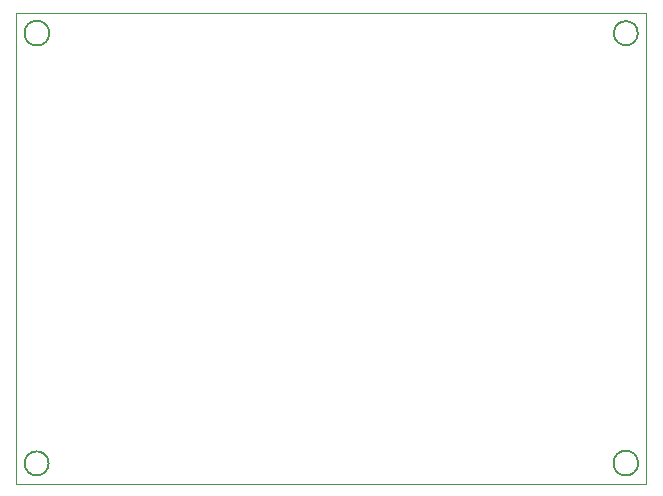
<source format=gbr>
%TF.GenerationSoftware,KiCad,Pcbnew,7.0.1*%
%TF.CreationDate,2023-05-21T17:17:07+09:00*%
%TF.ProjectId,joystick_74hc165_input,6a6f7973-7469-4636-9b5f-373468633136,4*%
%TF.SameCoordinates,Original*%
%TF.FileFunction,Profile,NP*%
%FSLAX46Y46*%
G04 Gerber Fmt 4.6, Leading zero omitted, Abs format (unit mm)*
G04 Created by KiCad (PCBNEW 7.0.1) date 2023-05-21 17:17:07*
%MOMM*%
%LPD*%
G01*
G04 APERTURE LIST*
%TA.AperFunction,Profile*%
%ADD10C,0.150000*%
%TD*%
%TA.AperFunction,Profile*%
%ADD11C,0.100000*%
%TD*%
G04 APERTURE END LIST*
D10*
X182321200Y-86309200D02*
G75*
G03*
X182321200Y-86309200I-1016000J0D01*
G01*
D11*
X129705100Y-84569300D02*
X183045100Y-84569300D01*
D10*
X132486400Y-86309200D02*
G75*
G03*
X132486400Y-86309200I-1047269J0D01*
G01*
D11*
X129705100Y-124447300D02*
X129705100Y-84569300D01*
X183045100Y-84569300D02*
X183045100Y-124447300D01*
X183045100Y-124447300D02*
X129705100Y-124447300D01*
D10*
X132435600Y-122732800D02*
G75*
G03*
X132435600Y-122732800I-1016000J0D01*
G01*
X182352469Y-122713269D02*
G75*
G03*
X182352469Y-122713269I-1047269J0D01*
G01*
M02*

</source>
